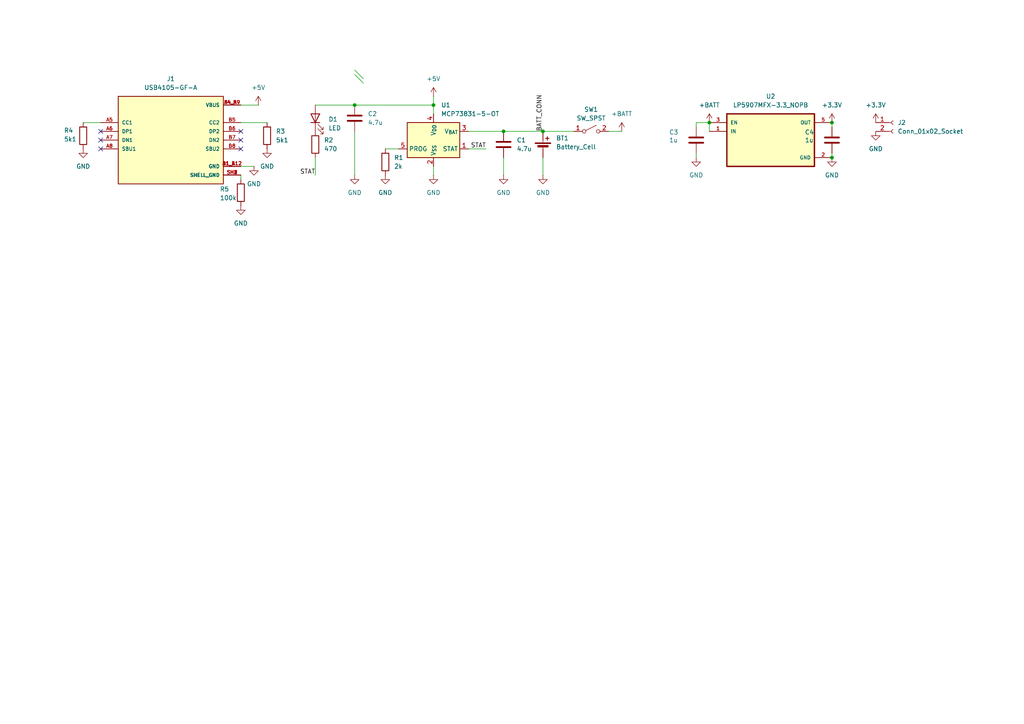
<source format=kicad_sch>
(kicad_sch (version 20231120) (generator "eeschema") (generator_version "8.0")
  (paper "A4")
  (title_block (title "Battery Tester") (date "2024-04-16") (rev "Rev A"))
  (lib_symbols
    (symbol "Battery_Management:MCP73831-5-OT"
      (property "Reference" "U" (at -7.62 6.35 0))
      (property "Value" "MCP73831-5-OT" (at 1.27 6.35 0))
      (symbol "MCP73831-5-OT_0_1"
        (rectangle (start -7.62 5.08) (end 7.62 -5.08) (stroke (width 0.254)) (fill (type background)))
      )
      (symbol "MCP73831-5-OT_1_1"
        (pin tri_state line (at 10.16 -2.54 180) (length 2.54) (name "STAT") (number "1"))
        (pin power_in line (at 0 -7.62 90) (length 2.54) (name "V_{SS}") (number "2"))
        (pin power_out line (at 10.16 2.54 180) (length 2.54) (name "V_{BAT}") (number "3"))
        (pin power_in line (at 0 7.62 270) (length 2.54) (name "V_{DD}") (number "4"))
        (pin input line (at -10.16 -2.54 0) (length 2.54) (name "PROG") (number "5"))
      )
    )
    (symbol "Connector:Conn_01x02_Socket" (pin_names (offset 1.016) hide)
      (property "Reference" "J" (at 0 2.54 0))
      (property "Value" "Conn_01x02_Socket" (at 0 -5.08 0))
      (symbol "Conn_01x02_Socket_1_1"
        (arc (start 0 -2.032) (mid -0.5058 -2.54) (end 0 -3.048) (stroke (width 0.1524)))
        (polyline (pts (xy -1.27 -2.54) (xy -0.508 -2.54)) (stroke (width 0.1524)))
        (polyline (pts (xy -1.27 0) (xy -0.508 0)) (stroke (width 0.1524)))
        (arc (start 0 0.508) (mid -0.5058 0) (end 0 -0.508) (stroke (width 0.1524)))
        (pin passive line (at -5.08 0 0) (length 3.81) (name "Pin_1") (number "1"))
        (pin passive line (at -5.08 -2.54 0) (length 3.81) (name "Pin_2") (number "2"))
      )
    )
    (symbol "Device:Battery_Cell" (pin_numbers hide) (pin_names (offset 0) hide)
      (property "Reference" "BT" (at 2.54 2.54 0))
      (property "Value" "Battery_Cell" (at 2.54 0 0))
      (symbol "Battery_Cell_0_1"
        (rectangle (start -2.286 1.778) (end 2.286 1.524) (fill (type outline)))
        (rectangle (start -1.524 1.016) (end 1.524 0.508) (fill (type outline)))
        (polyline (pts (xy 0 0.762) (xy 0 0)))
        (polyline (pts (xy 0 1.778) (xy 0 2.54)))
        (polyline (pts (xy 0.762 3.048) (xy 1.778 3.048)) (stroke (width 0.254)))
        (polyline (pts (xy 1.27 3.556) (xy 1.27 2.54)) (stroke (width 0.254)))
      )
      (symbol "Battery_Cell_1_1"
        (pin passive line (at 0 5.08 270) (length 2.54) (name "+") (number "1"))
        (pin passive line (at 0 -2.54 90) (length 2.54) (name "-") (number "2"))
      )
    )
    (symbol "Device:C" (pin_numbers hide) (pin_names (offset 0.254))
      (property "Reference" "C" (at 0.635 2.54 0))
      (property "Value" "C" (at 0.635 -2.54 0))
      (symbol "C_0_1"
        (polyline (pts (xy -2.032 -0.762) (xy 2.032 -0.762)) (stroke (width 0.508)))
        (polyline (pts (xy -2.032 0.762) (xy 2.032 0.762)) (stroke (width 0.508)))
      )
      (symbol "C_1_1"
        (pin passive line (at 0 3.81 270) (length 2.794) (name "~") (number "1"))
        (pin passive line (at 0 -3.81 90) (length 2.794) (name "~") (number "2"))
      )
    )
    (symbol "Device:LED" (pin_numbers hide) (pin_names (offset 1.016) hide)
      (property "Reference" "D" (at 0 2.54 0))
      (property "Value" "LED" (at 0 -2.54 0))
      (symbol "LED_0_1"
        (polyline (pts (xy -1.27 -1.27) (xy -1.27 1.27)) (stroke (width 0.254)))
        (polyline (pts (xy -1.27 0) (xy 1.27 0)))
        (polyline (pts (xy 1.27 -1.27) (xy 1.27 1.27) (xy -1.27 0) (xy 1.27 -1.27)) (stroke (width 0.254)))
        (polyline (pts (xy -3.048 -0.762) (xy -4.572 -2.286) (xy -3.81 -2.286) (xy -4.572 -2.286) (xy -4.572 -1.524)))
        (polyline (pts (xy -1.778 -0.762) (xy -3.302 -2.286) (xy -2.54 -2.286) (xy -3.302 -2.286) (xy -3.302 -1.524)))
      )
      (symbol "LED_1_1"
        (pin passive line (at -3.81 0 0) (length 2.54) (name "K") (number "1"))
        (pin passive line (at 3.81 0 180) (length 2.54) (name "A") (number "2"))
      )
    )
    (symbol "Device:R" (pin_numbers hide) (pin_names (offset 0))
      (property "Reference" "R" (at 2.032 0 90))
      (property "Value" "R" (at 0 0 90))
      (symbol "R_0_1"
        (rectangle (start -1.016 -2.54) (end 1.016 2.54) (stroke (width 0.254)))
      )
      (symbol "R_1_1"
        (pin passive line (at 0 3.81 270) (length 1.27) (name "~") (number "1"))
        (pin passive line (at 0 -3.81 90) (length 1.27) (name "~") (number "2"))
      )
    )
    (symbol "Switch:SW_SPST" (pin_names (offset 0) hide)
      (property "Reference" "SW" (at 0 3.175 0))
      (property "Value" "SW_SPST" (at 0 -2.54 0))
      (symbol "SW_SPST_0_0"
        (circle (center -2.032 0) (radius 0.508))
        (polyline (pts (xy -1.524 0.254) (xy 1.524 1.778)))
        (circle (center 2.032 0) (radius 0.508))
      )
      (symbol "SW_SPST_1_1"
        (pin passive line (at -5.08 0 0) (length 2.54) (name "A") (number "1"))
        (pin passive line (at 5.08 0 180) (length 2.54) (name "B") (number "2"))
      )
    )
    (symbol "opentags_global_lib:LP5907MFX-3.3_NOPB" (pin_names (offset 1.016))
      (property "Reference" "U" (at -12.7 8.62 0))
      (property "Value" "LP5907MFX-3.3_NOPB" (at -12.7 -11.62 0))
      (symbol "LP5907MFX-3.3_NOPB_0_0"
        (rectangle (start -12.7 -7.62) (end 12.7 7.62) (stroke (width 0.41)) (fill (type background)))
        (pin input line (at -17.78 2.54 0) (length 5.08) (name "IN") (number "1"))
        (pin power_in line (at 17.78 -5.08 180) (length 5.08) (name "GND") (number "2"))
        (pin input line (at -17.78 5.08 0) (length 5.08) (name "EN") (number "3"))
        (pin output line (at 17.78 5.08 180) (length 5.08) (name "OUT") (number "5"))
      )
    )
    (symbol "opentags_global_lib:USB4105-GF-A" (pin_names (offset 1.016))
      (property "Reference" "J" (at -15.24 13.97 0))
      (property "Value" "USB4105-GF-A" (at -15.24 -15.24 0))
      (symbol "USB4105-GF-A_0_0"
        (rectangle (start -15.24 -12.7) (end 15.24 12.7) (stroke (width 0.254)) (fill (type background)))
        (pin power_in line (at 20.32 -7.62 180) (length 5.08) (name "GND") (number "A1_B12"))
        (pin power_in line (at 20.32 10.16 180) (length 5.08) (name "VBUS") (number "A4_B9"))
        (pin bidirectional line (at -20.32 5.08 0) (length 5.08) (name "CC1") (number "A5"))
        (pin bidirectional line (at -20.32 2.54 0) (length 5.08) (name "DP1") (number "A6"))
        (pin bidirectional line (at -20.32 0 0) (length 5.08) (name "DN1") (number "A7"))
        (pin bidirectional line (at -20.32 -2.54 0) (length 5.08) (name "SBU1") (number "A8"))
        (pin power_in line (at 20.32 -7.62 180) (length 5.08) (name "GND") (number "B1_A12"))
        (pin power_in line (at 20.32 10.16 180) (length 5.08) (name "VBUS") (number "B4_A9"))
        (pin bidirectional line (at 20.32 5.08 180) (length 5.08) (name "CC2") (number "B5"))
        (pin bidirectional line (at 20.32 2.54 180) (length 5.08) (name "DP2") (number "B6"))
        (pin bidirectional line (at 20.32 0 180) (length 5.08) (name "DN2") (number "B7"))
        (pin bidirectional line (at 20.32 -2.54 180) (length 5.08) (name "SBU2") (number "B8"))
        (pin power_in line (at 20.32 -10.16 180) (length 5.08) (name "SHELL_GND") (number "SH1"))
        (pin power_in line (at 20.32 -10.16 180) (length 5.08) (name "SHELL_GND") (number "SH2"))
        (pin power_in line (at 20.32 -10.16 180) (length 5.08) (name "SHELL_GND") (number "SH3"))
        (pin power_in line (at 20.32 -10.16 180) (length 5.08) (name "SHELL_GND") (number "SH4"))
      )
    )
    (symbol "power:+3.3V" (power) (pin_numbers hide) (pin_names (offset 0) hide)
      (property "Value" "+3.3V" (at 0 3.556 0))
      (symbol "+3.3V_0_1"
        (polyline (pts (xy -0.762 1.27) (xy 0 2.54)))
        (polyline (pts (xy 0 0) (xy 0 2.54)))
        (polyline (pts (xy 0 2.54) (xy 0.762 1.27)))
      )
      (symbol "+3.3V_1_1"
        (pin power_in line (at 0 0 90) (length 0) (name "~") (number "1"))
      )
    )
    (symbol "power:+5V" (power) (pin_numbers hide) (pin_names (offset 0) hide)
      (property "Value" "+5V" (at 0 3.556 0))
      (symbol "+5V_0_1"
        (polyline (pts (xy -0.762 1.27) (xy 0 2.54)))
        (polyline (pts (xy 0 0) (xy 0 2.54)))
        (polyline (pts (xy 0 2.54) (xy 0.762 1.27)))
      )
      (symbol "+5V_1_1"
        (pin power_in line (at 0 0 90) (length 0) (name "~") (number "1"))
      )
    )
    (symbol "power:+BATT" (power) (pin_numbers hide) (pin_names (offset 0) hide)
      (property "Value" "+BATT" (at 0 3.556 0))
      (symbol "+BATT_0_1"
        (polyline (pts (xy -0.762 1.27) (xy 0 2.54)))
        (polyline (pts (xy 0 0) (xy 0 2.54)))
        (polyline (pts (xy 0 2.54) (xy 0.762 1.27)))
      )
      (symbol "+BATT_1_1"
        (pin power_in line (at 0 0 90) (length 0) (name "~") (number "1"))
      )
    )
    (symbol "power:GND" (power) (pin_numbers hide) (pin_names (offset 0) hide)
      (property "Value" "GND" (at 0 -3.81 0))
      (symbol "GND_0_1"
        (polyline (pts (xy 0 0) (xy 0 -1.27) (xy 1.27 -1.27) (xy 0 -2.54) (xy -1.27 -1.27) (xy 0 -1.27)))
      )
      (symbol "GND_1_1"
        (pin power_in line (at 0 0 270) (length 0) (name "~") (number "1"))
      )
    )
  )
  (junction (at 241.3 45.72))
  (junction (at 102.87 30.48))
  (junction (at 241.3 35.56))
  (junction (at 205.74 35.56))
  (junction (at 146.05 38.1))
  (junction (at 157.48 38.1))
  (junction (at 125.73 30.48))
  (no_connect (at 69.85 43.18))
  (no_connect (at 69.85 40.64))
  (no_connect (at 29.21 40.64))
  (no_connect (at 29.21 38.1))
  (no_connect (at 69.85 38.1))
  (no_connect (at 29.21 43.18))
  (bus_entry (at -16.51 2.54) (size 2.54 2.54))
  (bus_entry (at -15.24 1.27) (size 2.54 2.54))
  (bus_entry (at 102.87 21.59) (size 2.54 2.54))
  (bus_entry (at 102.87 20.32) (size 2.54 2.54))
  (wire (pts (xy 102.87 50.8) (xy 102.87 38.1)))
  (wire (pts (xy 166.37 38.1) (xy 157.48 38.1)))
  (wire (pts (xy 157.48 38.1) (xy 146.05 38.1)))
  (wire (pts (xy 91.44 30.48) (xy 102.87 30.48)))
  (wire (pts (xy 146.05 50.8) (xy 146.05 45.72)))
  (wire (pts (xy 91.44 50.8) (xy 91.44 45.72)))
  (wire (pts (xy 73.66 48.26) (xy 69.85 48.26)))
  (wire (pts (xy 180.34 38.1) (xy 176.53 38.1)))
  (wire (pts (xy 77.47 35.56) (xy 69.85 35.56)))
  (wire (pts (xy 146.05 38.1) (xy 135.89 38.1)))
  (wire (pts (xy 157.48 50.8) (xy 157.48 45.72)))
  (wire (pts (xy 24.13 35.56) (xy 29.21 35.56)))
  (wire (pts (xy 74.93 30.48) (xy 69.85 30.48)))
  (wire (pts (xy 125.73 30.48) (xy 125.73 33.02)))
  (wire (pts (xy 111.76 43.18) (xy 115.57 43.18)))
  (wire (pts (xy 201.93 35.56) (xy 205.74 35.56)))
  (wire (pts (xy 125.73 50.8) (xy 125.73 48.26)))
  (wire (pts (xy 102.87 30.48) (xy 125.73 30.48)))
  (wire (pts (xy 69.85 52.07) (xy 69.85 50.8)))
  (wire (pts (xy 205.74 35.56) (xy 205.74 38.1)))
  (wire (pts (xy 241.3 35.56) (xy 241.3 36.83)))
  (wire (pts (xy 140.97 43.18) (xy 135.89 43.18)))
  (wire (pts (xy 125.73 27.94) (xy 125.73 30.48)))
  (wire (pts (xy 241.3 44.45) (xy 241.3 45.72)))
  (wire (pts (xy 201.93 36.83) (xy 201.93 35.56)))
  (wire (pts (xy 201.93 45.72) (xy 201.93 44.45)))
  (label "BATT_CONN" (at 157.48 38.1 90))
  (label "STAT" (at 140.97 43.18 180))
  (label "STAT" (at 91.44 50.8 180))
  (symbol (lib_id "Device:C") (at 201.93 40.64 0) (unit 1)
    (property "Reference" "C3" (at 194.056 38.354 0) (effects (justify left)))
    (property "Value" "1u" (at 194.056 40.64 0) (effects (justify left)))
    (property "Footprint" "Capacitor_SMD:C_0603_1608Metric" (effects (hide yes)))
    (property "Description" "Unpolarized capacitor" (effects (hide yes)))
  )
  (symbol (lib_id "power:GND") (at 69.85 59.69 0) (unit 1)
    (property "Reference" "#PWR013" (effects (hide yes)))
    (property "Value" "GND" (at 69.85 64.77 0))
    (property "Description" "Power symbol creates a global label with name \"GND\" , ground" (effects (hide yes)))
  )
  (symbol (lib_id "power:GND") (at 157.48 50.8 0) (unit 1)
    (property "Reference" "#PWR05" (effects (hide yes)))
    (property "Value" "GND" (at 157.48 55.88 0))
    (property "Description" "Power symbol creates a global label with name \"GND\" , ground" (effects (hide yes)))
  )
  (symbol (lib_id "power:GND") (at 111.76 50.8 0) (unit 1)
    (property "Reference" "#PWR03" (effects (hide yes)))
    (property "Value" "GND" (at 111.76 55.88 0))
    (property "Description" "Power symbol creates a global label with name \"GND\" , ground" (effects (hide yes)))
  )
  (symbol (lib_id "power:GND") (at 201.93 45.72 0) (unit 1)
    (property "Reference" "#PWR015" (effects (hide yes)))
    (property "Value" "GND" (at 201.93 50.8 0))
    (property "Description" "Power symbol creates a global label with name \"GND\" , ground" (effects (hide yes)))
  )
  (symbol (lib_id "Battery_Management:MCP73831-5-OT") (at 125.73 40.64 0) (unit 1)
    (property "Reference" "U1" (at 127.9241 30.48 0) (effects (justify left)))
    (property "Value" "MCP73831-5-OT" (at 127.9241 33.02 0) (effects (justify left)))
    (property "Footprint" "Package_TO_SOT_SMD:SOT-23-5" (effects (hide yes)))
    (property "Datasheet" "http://ww1.microchip.com/downloads/en/DeviceDoc/20001984g.pdf" (effects (hide yes)))
    (property "Description" "Single cell, Li-Ion/Li-Po charge management controller, 4.50V, Tri-State Status Output, in SOT23-5 package" (effects (hide yes)))
  )
  (symbol (lib_id "power:GND") (at 125.73 50.8 0) (unit 1)
    (property "Reference" "#PWR02" (effects (hide yes)))
    (property "Value" "GND" (at 125.73 55.88 0))
    (property "Description" "Power symbol creates a global label with name \"GND\" , ground" (effects (hide yes)))
  )
  (symbol (lib_id "power:+BATT") (at 205.74 35.56 0) (unit 1)
    (property "Reference" "#PWR010" (effects (hide yes)))
    (property "Value" "+BATT" (at 205.74 30.48 0))
    (property "Description" "Power symbol creates a global label with name \"+BATT\"" (effects (hide yes)))
  )
  (symbol (lib_id "Switch:SW_SPST") (at 171.45 38.1 0) (unit 1)
    (property "Reference" "SW1" (at 171.45 31.75 0))
    (property "Value" "SW_SPST" (at 171.45 34.29 0))
    (property "Footprint" "opentags_library:SW_JS102011SAQN" (effects (hide yes)))
    (property "Description" "Single Pole Single Throw (SPST) switch" (effects (hide yes)))
  )
  (symbol (lib_id "power:GND") (at 241.3 45.72 0) (unit 1)
    (property "Reference" "#PWR016" (effects (hide yes)))
    (property "Value" "GND" (at 241.3 50.8 0))
    (property "Description" "Power symbol creates a global label with name \"GND\" , ground" (effects (hide yes)))
  )
  (symbol (lib_id "Device:C") (at 241.3 40.64 0) (unit 1)
    (property "Reference" "C4" (at 233.426 38.354 0) (effects (justify left)))
    (property "Value" "1u" (at 233.426 40.64 0) (effects (justify left)))
    (property "Footprint" "Capacitor_SMD:C_0603_1608Metric" (effects (hide yes)))
    (property "Description" "Unpolarized capacitor" (effects (hide yes)))
  )
  (symbol (lib_id "Device:C") (at 102.87 34.29 0) (unit 1)
    (property "Reference" "C2" (at 106.68 33.0199 0) (effects (justify left)))
    (property "Value" "4.7u" (at 106.68 35.5599 0) (effects (justify left)))
    (property "Footprint" "Capacitor_SMD:C_0603_1608Metric" (effects (hide yes)))
    (property "Description" "Unpolarized capacitor" (effects (hide yes)))
  )
  (symbol (lib_id "power:+BATT") (at 180.34 38.1 0) (unit 1)
    (property "Reference" "#PWR06" (effects (hide yes)))
    (property "Value" "+BATT" (at 180.34 33.02 0))
    (property "Description" "Power symbol creates a global label with name \"+BATT\"" (effects (hide yes)))
  )
  (symbol (lib_id "power:+3.3V") (at 254 35.56 0) (unit 1)
    (property "Reference" "#PWR08" (effects (hide yes)))
    (property "Value" "+3.3V" (at 254 30.48 0))
    (property "Description" "Power symbol creates a global label with name \"+3.3V\"" (effects (hide yes)))
  )
  (symbol (lib_id "opentags_global_lib:USB4105-GF-A") (at 49.53 40.64 0) (unit 1)
    (property "Reference" "J1" (at 49.53 22.86 0))
    (property "Value" "USB4105-GF-A" (at 49.53 25.4 0))
    (property "Footprint" "opentags_library:GCT_USB4105-GF-A" (effects (hide yes)))
    (property "MF" "GCT" (effects (hide yes)))
    (property "MAXIMUM_PACKAGE_HEIGHT" "3.31mm" (effects (hide yes)))
    (property "Package" "None" (effects (hide yes)))
    (property "Price" "None" (effects (hide yes)))
    (property "Check_prices" "https://www.snapeda.com/parts/USB4105-GF-A/Global+Connector+Technology/view-part/?ref=eda" (effects (hide yes)))
    (property "STANDARD" "Manufacturer Recommendations" (effects (hide yes)))
    (property "PARTREV" "B3" (effects (hide yes)))
    (property "SnapEDA_Link" "https://www.snapeda.com/parts/USB4105-GF-A/Global+Connector+Technology/view-part/?ref=snap" (effects (hide yes)))
    (property "MP" "USB4105-GF-A" (effects (hide yes)))
    (property "Purchase-URL" "https://www.snapeda.com/api/url_track_click_mouser/?unipart_id=4423780&manufacturer=GCT&part_name=USB4105-GF-A&search_term=None" (effects (hide yes)))
    (property "Description_1" "\nUSB-C (USB TYPE-C) USB 2.0 Receptacle Connector 24 (16+8 Dummy) Position Surface Mount, Right Angle; Through Hole\n" (effects (hide yes)))
    (property "Availability" "In Stock" (effects (hide yes)))
    (property "MANUFACTURER" "Global Connector Technology" (effects (hide yes)))
  )
  (symbol (lib_id "power:+5V") (at 125.73 27.94 0) (unit 1)
    (property "Reference" "#PWR01" (effects (hide yes)))
    (property "Value" "+5V" (at 125.73 22.86 0))
    (property "Description" "Power symbol creates a global label with name \"+5V\"" (effects (hide yes)))
  )
  (symbol (lib_id "opentags_global_lib:LP5907MFX-3.3_NOPB") (at 223.52 40.64 0) (unit 1)
    (property "Reference" "U2" (at 223.52 27.94 0))
    (property "Value" "LP5907MFX-3.3_NOPB" (at 223.52 30.48 0))
    (property "Footprint" "opentags_library:SOT95P280X145-5N" (effects (hide yes)))
    (property "MF" "Texas Instruments" (effects (hide yes)))
    (property "Description_1" "\n250-mA, low-noise, high-PSRR, ultra-low-dropout voltage regulator with low IQ and enable\n" (effects (hide yes)))
    (property "Package" "SOT-23-5 Texas Instruments" (effects (hide yes)))
    (property "Price" "None" (effects (hide yes)))
    (property "SnapEDA_Link" "https://www.snapeda.com/parts/LP5907MFX-3.3/NOPB/Texas+Instruments/view-part/?ref=snap" (effects (hide yes)))
    (property "MP" "LP5907MFX-3.3/NOPB" (effects (hide yes)))
    (property "Purchase-URL" "https://www.snapeda.com/api/url_track_click_mouser/?unipart_id=304897&manufacturer=Texas Instruments&part_name=LP5907MFX-3.3/NOPB&search_term=None" (effects (hide yes)))
    (property "Availability" "In Stock" (effects (hide yes)))
    (property "Check_prices" "https://www.snapeda.com/parts/LP5907MFX-3.3/NOPB/Texas+Instruments/view-part/?ref=eda" (effects (hide yes)))
  )
  (symbol (lib_id "Device:R") (at 69.85 55.88 0) (unit 1)
    (property "Reference" "R5" (at 63.754 54.864 0) (effects (justify left)))
    (property "Value" "100k" (at 63.754 57.404 0) (effects (justify left)))
    (property "Footprint" "Resistor_SMD:R_0603_1608Metric" (effects (hide yes)))
    (property "Description" "Resistor" (effects (hide yes)))
  )
  (symbol (lib_id "Device:C") (at 146.05 41.91 0) (unit 1)
    (property "Reference" "C1" (at 149.86 40.6399 0) (effects (justify left)))
    (property "Value" "4.7u" (at 149.86 43.1799 0) (effects (justify left)))
    (property "Footprint" "Capacitor_SMD:C_0603_1608Metric" (effects (hide yes)))
    (property "Description" "Unpolarized capacitor" (effects (hide yes)))
  )
  (symbol (lib_id "Device:R") (at 91.44 41.91 0) (unit 1)
    (property "Reference" "R2" (at 93.98 40.6399 0) (effects (justify left)))
    (property "Value" "470" (at 93.98 43.1799 0) (effects (justify left)))
    (property "Footprint" "Resistor_SMD:R_0603_1608Metric" (effects (hide yes)))
    (property "Description" "Resistor" (effects (hide yes)))
  )
  (symbol (lib_id "power:+5V") (at 74.93 30.48 0) (unit 1)
    (property "Reference" "#PWR09" (effects (hide yes)))
    (property "Value" "+5V" (at 74.93 25.4 0))
    (property "Description" "Power symbol creates a global label with name \"+5V\"" (effects (hide yes)))
  )
  (symbol (lib_id "Device:R") (at 24.13 39.37 0) (unit 1)
    (property "Reference" "R4" (at 18.542 37.846 0) (effects (justify left)))
    (property "Value" "5k1" (at 18.542 40.386 0) (effects (justify left)))
    (property "Footprint" "Resistor_SMD:R_0603_1608Metric" (effects (hide yes)))
    (property "Description" "Resistor" (effects (hide yes)))
  )
  (symbol (lib_id "power:+3.3V") (at 241.3 35.56 0) (unit 1)
    (property "Reference" "#PWR017" (effects (hide yes)))
    (property "Value" "+3.3V" (at 241.3 30.48 0))
    (property "Description" "Power symbol creates a global label with name \"+3.3V\"" (effects (hide yes)))
  )
  (symbol (lib_id "Device:R") (at 77.47 39.37 0) (unit 1)
    (property "Reference" "R3" (at 80.01 38.0999 0) (effects (justify left)))
    (property "Value" "5k1" (at 80.01 40.6399 0) (effects (justify left)))
    (property "Footprint" "Resistor_SMD:R_0603_1608Metric" (effects (hide yes)))
    (property "Description" "Resistor" (effects (hide yes)))
  )
  (symbol (lib_id "power:GND") (at 24.13 43.18 0) (unit 1)
    (property "Reference" "#PWR011" (effects (hide yes)))
    (property "Value" "GND" (at 24.13 48.26 0))
    (property "Description" "Power symbol creates a global label with name \"GND\" , ground" (effects (hide yes)))
  )
  (symbol (lib_id "power:GND") (at 77.47 43.18 0) (unit 1)
    (property "Reference" "#PWR012" (effects (hide yes)))
    (property "Value" "GND" (at 77.47 48.26 0))
    (property "Description" "Power symbol creates a global label with name \"GND\" , ground" (effects (hide yes)))
  )
  (symbol (lib_id "Device:Battery_Cell") (at 157.48 43.18 0) (unit 1)
    (property "Reference" "BT1" (at 161.29 40.0684 0) (effects (justify left)))
    (property "Value" "Battery_Cell" (at 161.29 42.6084 0) (effects (justify left)))
    (property "Footprint" "Connector_PinHeader_1.27mm:PinHeader_1x02_P1.27mm_Vertical" (effects (hide yes)))
    (property "Description" "Single-cell battery" (effects (hide yes)))
  )
  (symbol (lib_id "power:GND") (at 102.87 50.8 0) (unit 1)
    (property "Reference" "#PWR07" (effects (hide yes)))
    (property "Value" "GND" (at 102.87 55.88 0))
    (property "Description" "Power symbol creates a global label with name \"GND\" , ground" (effects (hide yes)))
  )
  (symbol (lib_id "Device:LED") (at 91.44 34.29 90) (unit 1)
    (property "Reference" "D1" (at 95.25 34.6074 90) (effects (justify right)))
    (property "Value" "LED" (at 95.25 37.1474 90) (effects (justify right)))
    (property "Footprint" "Resistor_SMD:R_0603_1608Metric" (effects (hide yes)))
    (property "Description" "Light emitting diode" (effects (hide yes)))
  )
  (symbol (lib_id "Connector:Conn_01x02_Socket") (at 259.08 35.56 0) (unit 1)
    (property "Reference" "J2" (at 260.35 35.5599 0) (effects (justify left)))
    (property "Value" "Conn_01x02_Socket" (at 260.35 38.0999 0) (effects (justify left)))
    (property "Footprint" "Connector_PinHeader_1.27mm:PinHeader_1x02_P1.27mm_Vertical" (effects (hide yes)))
    (property "Description" "Generic connector, single row, 01x02, script generated" (effects (hide yes)))
  )
  (symbol (lib_id "power:GND") (at 254 38.1 0) (unit 1)
    (property "Reference" "#PWR018" (effects (hide yes)))
    (property "Value" "GND" (at 254 43.18 0))
    (property "Description" "Power symbol creates a global label with name \"GND\" , ground" (effects (hide yes)))
  )
  (symbol (lib_id "Device:R") (at 111.76 46.99 0) (unit 1)
    (property "Reference" "R1" (at 114.3 45.7199 0) (effects (justify left)))
    (property "Value" "2k" (at 114.3 48.2599 0) (effects (justify left)))
    (property "Footprint" "Resistor_SMD:R_0603_1608Metric" (effects (hide yes)))
    (property "Description" "Resistor" (effects (hide yes)))
  )
  (symbol (lib_id "power:GND") (at 146.05 50.8 0) (unit 1)
    (property "Reference" "#PWR04" (effects (hide yes)))
    (property "Value" "GND" (at 146.05 55.88 0))
    (property "Description" "Power symbol creates a global label with name \"GND\" , ground" (effects (hide yes)))
  )
  (symbol (lib_id "power:GND") (at 73.66 48.26 0) (unit 1)
    (property "Reference" "#PWR014" (effects (hide yes)))
    (property "Value" "GND" (at 73.66 53.34 0))
    (property "Description" "Power symbol creates a global label with name \"GND\" , ground" (effects (hide yes)))
  )
)
</source>
